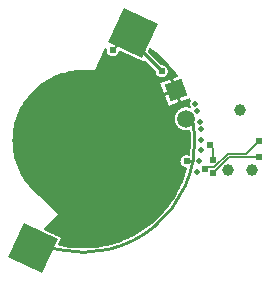
<source format=gbl>
%FSLAX24Y24*%
%MOIN*%
G70*
G01*
G75*
G04 Layer_Physical_Order=2*
G04 Layer_Color=16711680*
%ADD10C,0.0500*%
%ADD11C,0.0060*%
G04:AMPARAMS|DCode=12|XSize=19.7mil|YSize=23.6mil|CornerRadius=0mil|HoleSize=0mil|Usage=FLASHONLY|Rotation=225.000|XOffset=0mil|YOffset=0mil|HoleType=Round|Shape=Rectangle|*
%AMROTATEDRECTD12*
4,1,4,-0.0014,0.0153,0.0153,-0.0014,0.0014,-0.0153,-0.0153,0.0014,-0.0014,0.0153,0.0*
%
%ADD12ROTATEDRECTD12*%

G04:AMPARAMS|DCode=13|XSize=21.7mil|YSize=23.6mil|CornerRadius=0mil|HoleSize=0mil|Usage=FLASHONLY|Rotation=135.000|XOffset=0mil|YOffset=0mil|HoleType=Round|Shape=Rectangle|*
%AMROTATEDRECTD13*
4,1,4,0.0160,0.0007,-0.0007,-0.0160,-0.0160,-0.0007,0.0007,0.0160,0.0160,0.0007,0.0*
%
%ADD13ROTATEDRECTD13*%

%ADD14C,0.0394*%
G04:AMPARAMS|DCode=15|XSize=19.7mil|YSize=23.6mil|CornerRadius=0mil|HoleSize=0mil|Usage=FLASHONLY|Rotation=135.000|XOffset=0mil|YOffset=0mil|HoleType=Round|Shape=Rectangle|*
%AMROTATEDRECTD15*
4,1,4,0.0153,0.0014,-0.0014,-0.0153,-0.0153,-0.0014,0.0014,0.0153,0.0153,0.0014,0.0*
%
%ADD15ROTATEDRECTD15*%

%ADD16R,0.0236X0.0197*%
%ADD17C,0.0310*%
G04:AMPARAMS|DCode=18|XSize=39.4mil|YSize=70.9mil|CornerRadius=0mil|HoleSize=0mil|Usage=FLASHONLY|Rotation=45.000|XOffset=0mil|YOffset=0mil|HoleType=Round|Shape=Rectangle|*
%AMROTATEDRECTD18*
4,1,4,0.0111,-0.0390,-0.0390,0.0111,-0.0111,0.0390,0.0390,-0.0111,0.0111,-0.0390,0.0*
%
%ADD18ROTATEDRECTD18*%

G04:AMPARAMS|DCode=19|XSize=47.2mil|YSize=43.3mil|CornerRadius=0mil|HoleSize=0mil|Usage=FLASHONLY|Rotation=45.000|XOffset=0mil|YOffset=0mil|HoleType=Round|Shape=Rectangle|*
%AMROTATEDRECTD19*
4,1,4,-0.0014,-0.0320,-0.0320,-0.0014,0.0014,0.0320,0.0320,0.0014,-0.0014,-0.0320,0.0*
%
%ADD19ROTATEDRECTD19*%

%ADD20C,0.0071*%
%ADD21P,0.0251X4X65.0*%
%ADD22R,0.0256X0.0197*%
%ADD23C,0.0087*%
G04:AMPARAMS|DCode=24|XSize=25.6mil|YSize=27.6mil|CornerRadius=0mil|HoleSize=0mil|Usage=FLASHONLY|Rotation=110.000|XOffset=0mil|YOffset=0mil|HoleType=Round|Shape=Rectangle|*
%AMROTATEDRECTD24*
4,1,4,0.0173,-0.0073,-0.0086,-0.0167,-0.0173,0.0073,0.0086,0.0167,0.0173,-0.0073,0.0*
%
%ADD24ROTATEDRECTD24*%

G04:AMPARAMS|DCode=25|XSize=25.6mil|YSize=27.6mil|CornerRadius=0mil|HoleSize=0mil|Usage=FLASHONLY|Rotation=20.000|XOffset=0mil|YOffset=0mil|HoleType=Round|Shape=Rectangle|*
%AMROTATEDRECTD25*
4,1,4,-0.0073,-0.0173,-0.0167,0.0086,0.0073,0.0173,0.0167,-0.0086,-0.0073,-0.0173,0.0*
%
%ADD25ROTATEDRECTD25*%

%ADD26C,0.0100*%
%ADD27C,0.0150*%
%ADD28C,0.0050*%
%ADD29C,0.0080*%
%ADD30C,0.0090*%
%ADD31C,0.0200*%
%ADD32P,0.0835X4X335.0*%
%ADD33C,0.0591*%
%ADD34C,0.0390*%
%ADD35C,0.0240*%
%ADD36C,0.0100*%
%ADD37P,0.1771X4X290.0*%
G36*
X2346Y3024D02*
X2439Y2949D01*
X2531Y2871D01*
X2620Y2790D01*
X2706Y2706D01*
X2790Y2620D01*
X2871Y2531D01*
X2949Y2439D01*
X3024Y2346D01*
X3096Y2249D01*
X3160Y2159D01*
X3145Y2111D01*
X3001Y2058D01*
X3136Y1687D01*
X3271Y1316D01*
X3554Y1419D01*
X3558Y1409D01*
X3589Y1328D01*
X3584Y1320D01*
X3573Y1299D01*
X3566Y1277D01*
X3561Y1254D01*
X3560Y1230D01*
X3561Y1206D01*
X3566Y1183D01*
X3573Y1161D01*
X3584Y1140D01*
X3597Y1120D01*
X3556Y1084D01*
X3556Y1085D01*
X3520Y1095D01*
X3484Y1102D01*
X3447Y1106D01*
X3411Y1105D01*
X3374Y1102D01*
X3338Y1094D01*
X3302Y1083D01*
X3269Y1069D01*
X3236Y1051D01*
X3206Y1031D01*
X3177Y1007D01*
X3151Y981D01*
X3128Y952D01*
X3108Y922D01*
X3090Y889D01*
X3077Y855D01*
X3066Y819D01*
X3059Y783D01*
X3056Y747D01*
X3056Y710D01*
X3060Y673D01*
X3067Y637D01*
X3078Y602D01*
X3092Y568D01*
X3110Y535D01*
X3130Y505D01*
X3154Y476D01*
X3180Y450D01*
X3209Y427D01*
X3240Y407D01*
X3272Y390D01*
X3306Y376D01*
X3342Y365D01*
X3378Y358D01*
X3415Y355D01*
X3451Y355D01*
X3488Y359D01*
X3524Y366D01*
X3542Y372D01*
X3583Y344D01*
X3592Y235D01*
X3598Y118D01*
X3600Y0D01*
X3598Y-118D01*
X3592Y-235D01*
X3583Y-353D01*
X3569Y-470D01*
X3568Y-478D01*
X3525Y-504D01*
X3503Y-496D01*
X3477Y-491D01*
X3451Y-490D01*
X3425Y-491D01*
X3399Y-496D01*
X3374Y-505D01*
X3351Y-516D01*
X3329Y-531D01*
X3309Y-548D01*
X3292Y-568D01*
X3277Y-590D01*
X3266Y-613D01*
X3257Y-638D01*
X3252Y-664D01*
X3250Y-690D01*
X3252Y-716D01*
X3257Y-742D01*
X3266Y-767D01*
X3277Y-790D01*
X3292Y-812D01*
X3309Y-832D01*
X3329Y-849D01*
X3351Y-864D01*
X3374Y-875D01*
X3399Y-884D01*
X3425Y-889D01*
X3448Y-890D01*
X3478Y-931D01*
X3477Y-932D01*
X3445Y-1045D01*
X3409Y-1157D01*
X3369Y-1268D01*
X3326Y-1378D01*
X3279Y-1486D01*
X3229Y-1592D01*
X3175Y-1697D01*
X3118Y-1800D01*
X3057Y-1901D01*
X2993Y-2000D01*
X2926Y-2097D01*
X2856Y-2192D01*
X2783Y-2284D01*
X2707Y-2374D01*
X2627Y-2461D01*
X2546Y-2546D01*
X2461Y-2627D01*
X2374Y-2707D01*
X2284Y-2783D01*
X2192Y-2856D01*
X2097Y-2926D01*
X2000Y-2993D01*
X1901Y-3057D01*
X1800Y-3118D01*
X1697Y-3175D01*
X1592Y-3229D01*
X1486Y-3279D01*
X1378Y-3326D01*
X1268Y-3369D01*
X1157Y-3409D01*
X1045Y-3445D01*
X932Y-3477D01*
X817Y-3506D01*
X702Y-3531D01*
X586Y-3552D01*
X470Y-3569D01*
X353Y-3583D01*
X235Y-3592D01*
X118Y-3598D01*
X0Y-3600D01*
X-118Y-3598D01*
X-235Y-3592D01*
X-353Y-3583D01*
X-470Y-3569D01*
X-586Y-3552D01*
X-702Y-3531D01*
X-813Y-3507D01*
X-835Y-3462D01*
X-729Y-3234D01*
X-1297Y-2969D01*
X-1306Y-2919D01*
X-828Y-2442D01*
X-1350Y-1920D01*
X-1350D01*
X-1360Y-1920D01*
X-1363Y-1917D01*
D01*
X-1363Y-1917D01*
X-1363Y-1917D01*
X-1363Y-1917D01*
X-1363Y-1917D01*
D01*
X-1364Y-1915D01*
X-1376Y-1905D01*
X-1376D01*
X-1376Y-1905D01*
X-1376Y-1905D01*
X-1382Y-1902D01*
X-1455Y-1846D01*
X-1527Y-1787D01*
X-1596Y-1726D01*
X-1662Y-1662D01*
X-1726Y-1596D01*
X-1787Y-1527D01*
X-1846Y-1455D01*
X-1902Y-1382D01*
X-1954Y-1306D01*
X-2004Y-1228D01*
X-2051Y-1149D01*
X-2094Y-1067D01*
X-2135Y-984D01*
X-2172Y-900D01*
X-2205Y-814D01*
X-2236Y-726D01*
X-2262Y-638D01*
X-2286Y-549D01*
X-2305Y-459D01*
X-2322Y-368D01*
X-2334Y-276D01*
X-2343Y-184D01*
X-2349Y-92D01*
X-2351Y0D01*
X-2349Y92D01*
X-2343Y184D01*
X-2334Y276D01*
X-2322Y368D01*
X-2305Y459D01*
X-2286Y549D01*
X-2262Y638D01*
X-2236Y726D01*
X-2205Y814D01*
X-2172Y900D01*
X-2135Y984D01*
X-2094Y1067D01*
X-2051Y1149D01*
X-2004Y1228D01*
X-1954Y1306D01*
X-1902Y1382D01*
X-1846Y1455D01*
X-1787Y1527D01*
X-1726Y1596D01*
X-1662Y1662D01*
X-1596Y1726D01*
X-1527Y1787D01*
X-1455Y1846D01*
X-1382Y1902D01*
X-1306Y1954D01*
X-1228Y2004D01*
X-1149Y2051D01*
X-1067Y2094D01*
X-984Y2135D01*
X-900Y2172D01*
X-814Y2205D01*
X-726Y2236D01*
X-638Y2262D01*
X-549Y2286D01*
X-459Y2305D01*
X-368Y2322D01*
X-276Y2334D01*
X-184Y2343D01*
X-92Y2349D01*
X-0Y2351D01*
X0Y2350D01*
Y2350D01*
X17Y2352D01*
X34Y2356D01*
X45Y2360D01*
X414Y2360D01*
X748Y3074D01*
X796Y3058D01*
X791Y3036D01*
X790Y3010D01*
X791Y2984D01*
X796Y2958D01*
X805Y2933D01*
X816Y2910D01*
X831Y2888D01*
X848Y2868D01*
X868Y2851D01*
X890Y2836D01*
X913Y2825D01*
X938Y2816D01*
X964Y2811D01*
X990Y2810D01*
X1016Y2811D01*
X1042Y2816D01*
X1067Y2825D01*
X1090Y2836D01*
X1112Y2851D01*
X1132Y2868D01*
X1149Y2888D01*
X1164Y2910D01*
X1175Y2933D01*
X1184Y2958D01*
X1187Y2977D01*
X1200Y2983D01*
X1277Y2978D01*
X2009Y2637D01*
X2022Y2666D01*
X2071Y2674D01*
X2421Y2325D01*
X2420Y2310D01*
X2421Y2284D01*
X2426Y2258D01*
X2435Y2233D01*
X2446Y2210D01*
X2461Y2188D01*
X2478Y2168D01*
X2498Y2151D01*
X2520Y2136D01*
X2543Y2125D01*
X2568Y2116D01*
X2594Y2111D01*
X2620Y2110D01*
X2646Y2111D01*
X2672Y2116D01*
X2697Y2125D01*
X2720Y2136D01*
X2742Y2151D01*
X2762Y2168D01*
X2779Y2188D01*
X2794Y2210D01*
X2805Y2233D01*
X2814Y2258D01*
X2819Y2284D01*
X2820Y2310D01*
X2819Y2336D01*
X2814Y2362D01*
X2805Y2387D01*
X2794Y2410D01*
X2779Y2432D01*
X2762Y2452D01*
X2742Y2469D01*
X2720Y2484D01*
X2697Y2495D01*
X2672Y2504D01*
X2646Y2509D01*
X2620Y2510D01*
X2605Y2509D01*
X2158Y2957D01*
X2213Y3075D01*
X2261Y3087D01*
X2346Y3024D01*
D02*
G37*
%LPC*%
G36*
X3059Y1606D02*
X2735Y1488D01*
X2853Y1163D01*
X3177Y1281D01*
X3059Y1606D01*
D02*
G37*
G36*
X2907Y2024D02*
X2582Y1906D01*
X2700Y1582D01*
X3025Y1700D01*
X2907Y2024D01*
D02*
G37*
%LPD*%
D11*
X990Y3010D02*
X1555Y3575D01*
X1667D01*
X4070Y-940D02*
X4110Y-900D01*
X4870Y-560D02*
X5860D01*
X4824Y-450D02*
X5440D01*
X5860Y-30D01*
X4110Y-900D02*
X4374D01*
X4330Y-1100D02*
X4870Y-560D01*
X4374Y-900D02*
X4824Y-450D01*
X4320Y-640D02*
Y-240D01*
D26*
X1667Y3575D02*
G03*
X1888Y3042I754J0D01*
G01*
X-1648Y-3346D02*
G03*
X3666Y-689I1648J3346D01*
G01*
D02*
G03*
X3643Y801I-3666J689D01*
G01*
X1888Y3042D02*
X2620Y2310D01*
X3451Y-690D02*
X3665D01*
X3666Y-689D01*
D31*
X3800Y-1050D02*
D03*
X3810Y980D02*
D03*
X3940Y20D02*
D03*
X3920Y-330D02*
D03*
X3870Y-690D02*
D03*
X3920Y370D02*
D03*
X3890Y620D02*
D03*
X3740Y1230D02*
D03*
D32*
X3089Y1670D02*
D03*
D33*
X3431Y730D02*
D03*
D34*
X4820Y-1000D02*
D03*
X5620D02*
D03*
X5220Y1000D02*
D03*
D35*
X-280Y-3230D02*
D03*
X1510Y-820D02*
D03*
X-1770Y870D02*
D03*
X902Y-650D02*
D03*
X-380Y230D02*
D03*
X-165Y-2879D02*
D03*
X-941Y-1383D02*
D03*
X126Y-1033D02*
D03*
X-290Y460D02*
D03*
X255Y-1164D02*
D03*
X-1770Y-470D02*
D03*
X-2060Y-110D02*
D03*
X-1200Y-1675D02*
D03*
X650Y570D02*
D03*
X230Y1760D02*
D03*
X-710Y2020D02*
D03*
X1060Y2710D02*
D03*
X990Y3010D02*
D03*
X2620Y2310D02*
D03*
X660Y-3240D02*
D03*
X1760Y-2830D02*
D03*
X1930Y1470D02*
D03*
X2260Y1760D02*
D03*
X5860Y-560D02*
D03*
X4330Y-1100D02*
D03*
X5860Y-30D02*
D03*
X4320Y-640D02*
D03*
X4070Y-940D02*
D03*
X3451Y-690D02*
D03*
X-840Y-3080D02*
D03*
X4245Y-155D02*
D03*
X2360Y420D02*
D03*
X2720Y-1920D02*
D03*
D36*
X1888Y3042D02*
D03*
D37*
X1667Y3575D02*
D03*
X-1667Y-3575D02*
D03*
M02*

</source>
